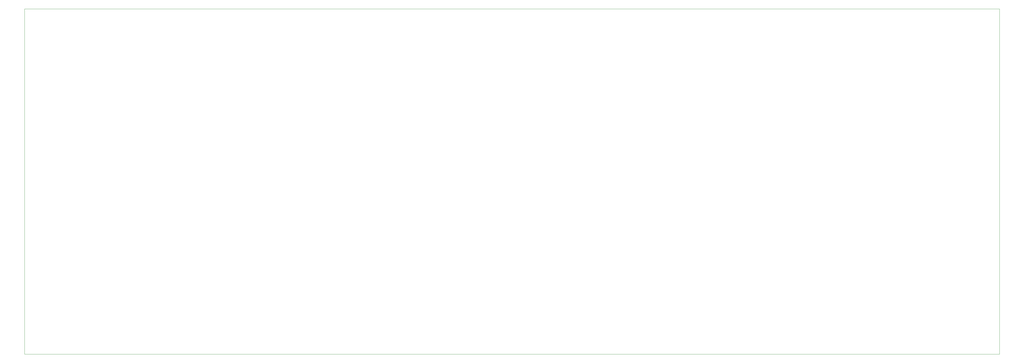
<source format=gm1>
%TF.GenerationSoftware,KiCad,Pcbnew,(6.0.5)*%
%TF.CreationDate,2022-06-03T16:12:08-04:00*%
%TF.ProjectId,Rabid,52616269-642e-46b6-9963-61645f706362,rev?*%
%TF.SameCoordinates,Original*%
%TF.FileFunction,Profile,NP*%
%FSLAX46Y46*%
G04 Gerber Fmt 4.6, Leading zero omitted, Abs format (unit mm)*
G04 Created by KiCad (PCBNEW (6.0.5)) date 2022-06-03 16:12:08*
%MOMM*%
%LPD*%
G01*
G04 APERTURE LIST*
%TA.AperFunction,Profile*%
%ADD10C,0.100000*%
%TD*%
G04 APERTURE END LIST*
D10*
X39979600Y-76962000D02*
X383413000Y-76962000D01*
X383413000Y-76962000D02*
X383413000Y-198856600D01*
X383413000Y-198856600D02*
X39979600Y-198856600D01*
X39979600Y-198856600D02*
X39979600Y-76962000D01*
M02*

</source>
